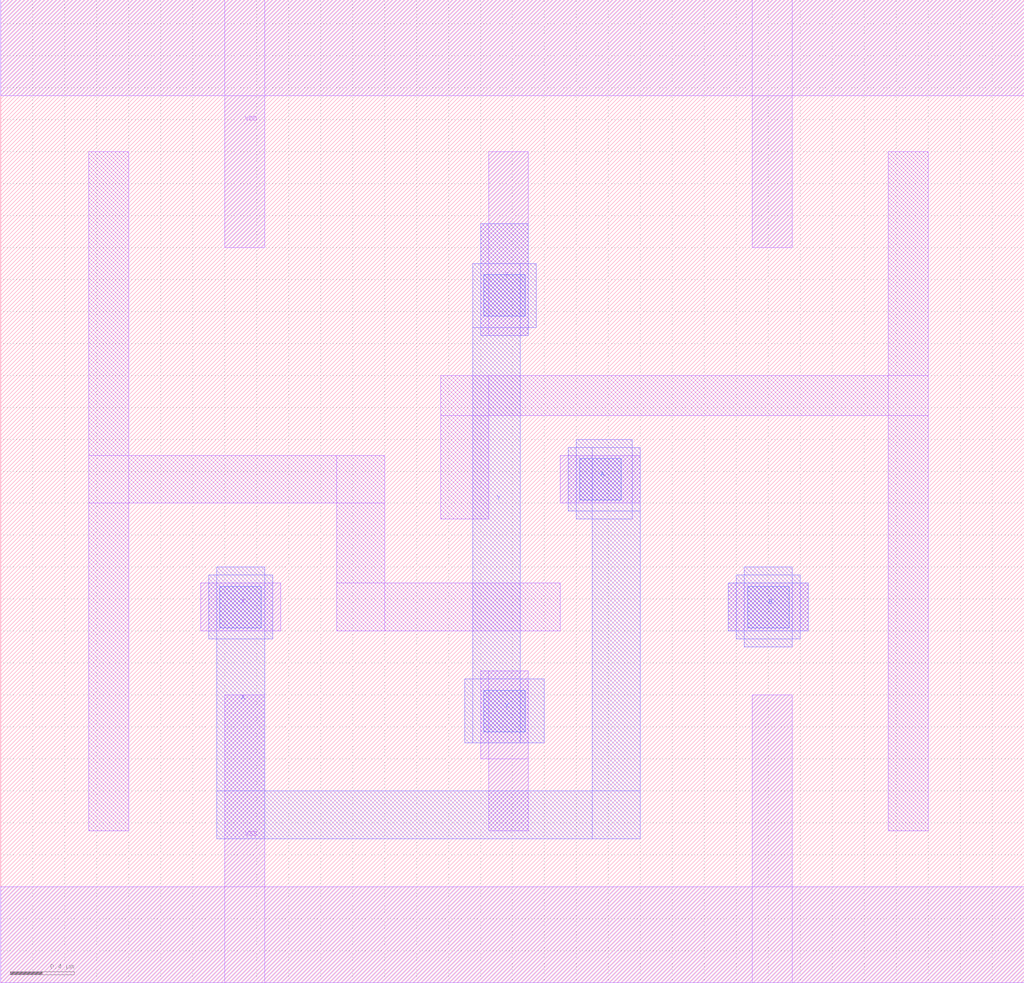
<source format=lef>
# Copyright 2022 Google LLC
# Licensed under the Apache License, Version 2.0 (the "License");
# you may not use this file except in compliance with the License.
# You may obtain a copy of the License at
#
#      http://www.apache.org/licenses/LICENSE-2.0
#
# Unless required by applicable law or agreed to in writing, software
# distributed under the License is distributed on an "AS IS" BASIS,
# WITHOUT WARRANTIES OR CONDITIONS OF ANY KIND, either express or implied.
# See the License for the specific language governing permissions and
# limitations under the License.
VERSION 5.7 ;
BUSBITCHARS "[]" ;
DIVIDERCHAR "/" ;

MACRO gf180mcu_osu_sc_gp9t3v3__xnor2_1
  CLASS CORE ;
  ORIGIN 0 0 ;
  FOREIGN gf180mcu_osu_sc_gp9t3v3__xnor2_1 0 0 ;
  SIZE 6.4 BY 6.15 ;
  SYMMETRY X Y ;
  SITE GF180_3p3_12t ;
  PIN VDD
    DIRECTION INOUT ;
    USE POWER ;
    SHAPE ABUTMENT ;
    PORT
      LAYER MET1 ;
        RECT 0 5.55 6.4 6.15 ;
        RECT 4.7 4.6 4.95 6.15 ;
        RECT 1.4 4.6 1.65 6.15 ;
    END
  END VDD
  PIN VSS
    DIRECTION INOUT ;
    USE GROUND ;
    PORT
      LAYER MET1 ;
        RECT 0 0 6.4 0.6 ;
        RECT 4.7 0 4.95 1.8 ;
        RECT 1.4 0 1.65 1.8 ;
    END
  END VSS
  PIN A
    DIRECTION INPUT ;
    USE SIGNAL ;
    PORT
      LAYER MET1 ;
        RECT 3.5 3 4 3.3 ;
        RECT 1.25 2.2 1.75 2.5 ;
      LAYER MET2 ;
        RECT 3.55 2.95 4 3.35 ;
        RECT 3.7 0.9 4 3.35 ;
        RECT 3.6 2.9 3.95 3.4 ;
        RECT 1.35 0.9 4 1.2 ;
        RECT 1.3 2.15 1.7 2.55 ;
        RECT 1.35 0.9 1.65 2.6 ;
      LAYER VIA12 ;
        RECT 1.37 2.22 1.63 2.48 ;
        RECT 3.62 3.02 3.88 3.28 ;
    END
  END A
  PIN B
    DIRECTION INPUT ;
    USE SIGNAL ;
    PORT
      LAYER MET1 ;
        RECT 4.55 2.2 5.05 2.5 ;
      LAYER MET2 ;
        RECT 4.55 2.2 5.05 2.5 ;
        RECT 4.6 2.15 5 2.55 ;
        RECT 4.65 2.1 4.95 2.6 ;
      LAYER VIA12 ;
        RECT 4.67 2.22 4.93 2.48 ;
    END
  END B
  PIN Y
    DIRECTION OUTPUT ;
    USE SIGNAL ;
    PORT
      LAYER MET1 ;
        RECT 3 1.4 3.3 1.95 ;
        RECT 3.05 0.95 3.3 1.95 ;
        RECT 3.05 4.05 3.3 5.2 ;
        RECT 3 4.05 3.3 4.75 ;
      LAYER MET2 ;
        RECT 2.9 1.5 3.4 1.9 ;
        RECT 2.95 4.1 3.35 4.5 ;
        RECT 3 4.05 3.3 4.75 ;
        RECT 2.95 1.5 3.25 4.5 ;
      LAYER VIA12 ;
        RECT 3.02 4.17 3.28 4.43 ;
        RECT 3.02 1.57 3.28 1.83 ;
    END
  END Y
  OBS
    LAYER MET1 ;
      RECT 5.55 0.95 5.8 5.2 ;
      RECT 2.75 3.55 5.8 3.8 ;
      RECT 2.75 2.9 3.05 3.8 ;
      RECT 0.55 0.95 0.8 5.2 ;
      RECT 0.55 3 2.4 3.3 ;
      RECT 2.1 2.2 2.4 3.3 ;
      RECT 2.1 2.2 3.5 2.5 ;
  END
END gf180mcu_osu_sc_gp9t3v3__xnor2_1

</source>
